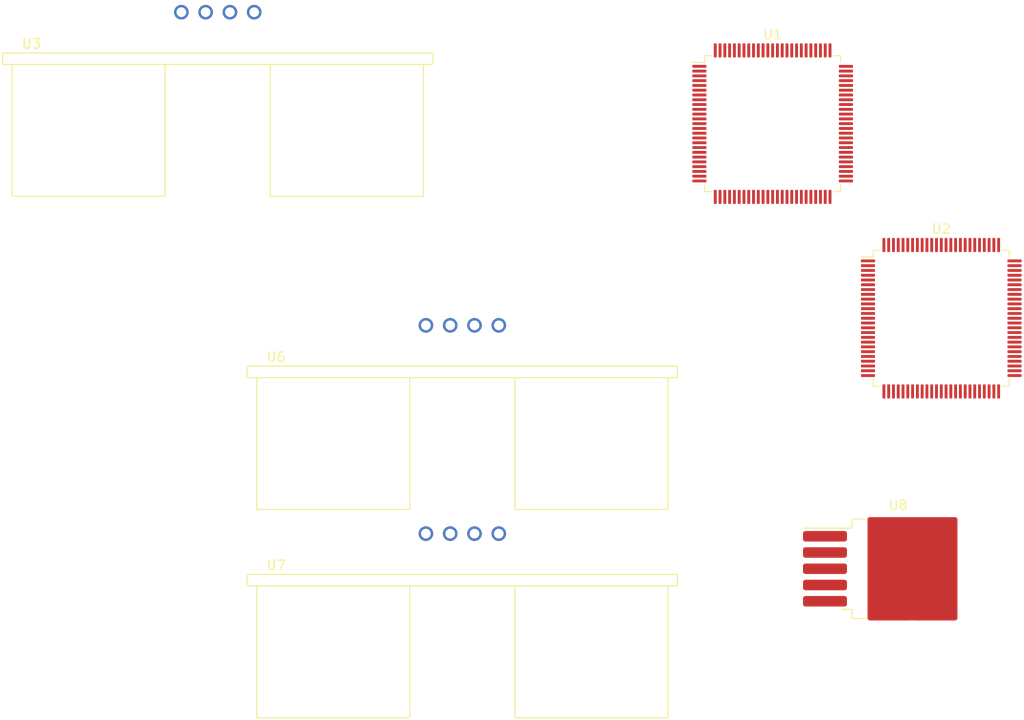
<source format=kicad_pcb>
(kicad_pcb (version 20221018) (generator pcbnew)
  (layers (0 "F.Cu" signal) (31 "B.Cu" signal) (34 "B.Paste" user) (35 "F.Paste" user) (36 "B.SilkS" user "B.Silkscreen") (37 "F.SilkS" user "F.Silkscreen") (38 "B.Mask" user) (39 "F.Mask" user) (44 "Edge.Cuts" user))
  (net 0 "")
  (net 1 "Net-(BT1-+)")
  (net 3 "Net-(BT1--)")
  (net 15 "Net-(U1-VCC-Pad10)")
  (net 16 "Net-(U1-GND-Pad11)")
  (net 108 "Net-(U2-VCC-Pad10)")
  (net 109 "Net-(U2-GND-Pad11)")
  (footprint "Package_QFP:TQFP-100_14x14mm_P0.5mm" (layer "F.Cu") (at 134.225 55.88)
    (fp_text reference "U1" (at 0 -9.35) (layer "F.SilkS"))
    (fp_text value "ATmega2560-16A")
    (fp_line (start -7.11 -7.11) (end -7.11 -6.41) (stroke (width 0.12)) (layer "F.SilkS"))
    (fp_line (start -7.11 -6.41) (end -8.4 -6.41) (stroke (width 0.12)) (layer "F.SilkS"))
    (fp_line (start -7.11 7.11) (end -7.11 6.41) (stroke (width 0.12)) (layer "F.SilkS"))
    (fp_line (start -6.41 -7.11) (end -7.11 -7.11) (stroke (width 0.12)) (layer "F.SilkS"))
    (fp_line (start -6.41 7.11) (end -7.11 7.11) (stroke (width 0.12)) (layer "F.SilkS"))
    (fp_line (start 6.41 -7.11) (end 7.11 -7.11) (stroke (width 0.12)) (layer "F.SilkS"))
    (fp_line (start 6.41 7.11) (end 7.11 7.11) (stroke (width 0.12)) (layer "F.SilkS"))
    (fp_line (start 7.11 -7.11) (end 7.11 -6.41) (stroke (width 0.12)) (layer "F.SilkS"))
    (fp_line (start 7.11 7.11) (end 7.11 6.41) (stroke (width 0.12)) (layer "F.SilkS"))
    (pad "1" smd roundrect (at -7.6625 -6) (size 1.475 0.3) (layers "F.Cu" "F.Paste" "F.Mask"))
    (pad "2" smd roundrect (at -7.6625 -5.5) (size 1.475 0.3) (layers "F.Cu" "F.Paste" "F.Mask"))
    (pad "3" smd roundrect (at -7.6625 -5) (size 1.475 0.3) (layers "F.Cu" "F.Paste" "F.Mask"))
    (pad "4" smd roundrect (at -7.6625 -4.5) (size 1.475 0.3) (layers "F.Cu" "F.Paste" "F.Mask"))
    (pad "5" smd roundrect (at -7.6625 -4) (size 1.475 0.3) (layers "F.Cu" "F.Paste" "F.Mask"))
    (pad "6" smd roundrect (at -7.6625 -3.5) (size 1.475 0.3) (layers "F.Cu" "F.Paste" "F.Mask"))
    (pad "7" smd roundrect (at -7.6625 -3) (size 1.475 0.3) (layers "F.Cu" "F.Paste" "F.Mask"))
    (pad "8" smd roundrect (at -7.6625 -2.5) (size 1.475 0.3) (layers "F.Cu" "F.Paste" "F.Mask"))
    (pad "9" smd roundrect (at -7.6625 -2) (size 1.475 0.3) (layers "F.Cu" "F.Paste" "F.Mask"))
    (pad "10" smd roundrect (at -7.6625 -1.5) (size 1.475 0.3) (layers "F.Cu" "F.Paste" "F.Mask") (net 15 "Net-(U1-VCC-Pad10)"))
    (pad "11" smd roundrect (at -7.6625 -1) (size 1.475 0.3) (layers "F.Cu" "F.Paste" "F.Mask") (net 16 "Net-(U1-GND-Pad11)"))
    (pad "12" smd roundrect (at -7.6625 -0.5) (size 1.475 0.3) (layers "F.Cu" "F.Paste" "F.Mask"))
    (pad "13" smd roundrect (at -7.6625 0) (size 1.475 0.3) (layers "F.Cu" "F.Paste" "F.Mask"))
    (pad "14" smd roundrect (at -7.6625 0.5) (size 1.475 0.3) (layers "F.Cu" "F.Paste" "F.Mask"))
    (pad "15" smd roundrect (at -7.6625 1) (size 1.475 0.3) (layers "F.Cu" "F.Paste" "F.Mask"))
    (pad "16" smd roundrect (at -7.6625 1.5) (size 1.475 0.3) (layers "F.Cu" "F.Paste" "F.Mask"))
    (pad "17" smd roundrect (at -7.6625 2) (size 1.475 0.3) (layers "F.Cu" "F.Paste" "F.Mask"))
    (pad "18" smd roundrect (at -7.6625 2.5) (size 1.475 0.3) (layers "F.Cu" "F.Paste" "F.Mask"))
    (pad "19" smd roundrect (at -7.6625 3) (size 1.475 0.3) (layers "F.Cu" "F.Paste" "F.Mask"))
    (pad "20" smd roundrect (at -7.6625 3.5) (size 1.475 0.3) (layers "F.Cu" "F.Paste" "F.Mask"))
    (pad "21" smd roundrect (at -7.6625 4) (size 1.475 0.3) (layers "F.Cu" "F.Paste" "F.Mask"))
    (pad "22" smd roundrect (at -7.6625 4.5) (size 1.475 0.3) (layers "F.Cu" "F.Paste" "F.Mask"))
    (pad "23" smd roundrect (at -7.6625 5) (size 1.475 0.3) (layers "F.Cu" "F.Paste" "F.Mask"))
    (pad "24" smd roundrect (at -7.6625 5.5) (size 1.475 0.3) (layers "F.Cu" "F.Paste" "F.Mask"))
    (pad "25" smd roundrect (at -7.6625 6) (size 1.475 0.3) (layers "F.Cu" "F.Paste" "F.Mask"))
    (pad "26" smd roundrect (at -6 7.6625) (size 0.3 1.475) (layers "F.Cu" "F.Paste" "F.Mask"))
    (pad "27" smd roundrect (at -5.5 7.6625) (size 0.3 1.475) (layers "F.Cu" "F.Paste" "F.Mask"))
    (pad "28" smd roundrect (at -5 7.6625) (size 0.3 1.475) (layers "F.Cu" "F.Paste" "F.Mask"))
    (pad "29" smd roundrect (at -4.5 7.6625) (size 0.3 1.475) (layers "F.Cu" "F.Paste" "F.Mask"))
    (pad "30" smd roundrect (at -4 7.6625) (size 0.3 1.475) (layers "F.Cu" "F.Paste" "F.Mask"))
    (pad "31" smd roundrect (at -3.5 7.6625) (size 0.3 1.475) (layers "F.Cu" "F.Paste" "F.Mask") (net 15 "Net-(U1-VCC-Pad10)"))
    (pad "32" smd roundrect (at -3 7.6625) (size 0.3 1.475) (layers "F.Cu" "F.Paste" "F.Mask") (net 16 "Net-(U1-GND-Pad11)"))
    (pad "33" smd roundrect (at -2.5 7.6625) (size 0.3 1.475) (layers "F.Cu" "F.Paste" "F.Mask"))
    (pad "34" smd roundrect (at -2 7.6625) (size 0.3 1.475) (layers "F.Cu" "F.Paste" "F.Mask"))
    (pad "35" smd roundrect (at -1.5 7.6625) (size 0.3 1.475) (layers "F.Cu" "F.Paste" "F.Mask"))
    (pad "36" smd roundrect (at -1 7.6625) (size 0.3 1.475) (layers "F.Cu" "F.Paste" "F.Mask"))
    (pad "37" smd roundrect (at -0.5 7.6625) (size 0.3 1.475) (layers "F.Cu" "F.Paste" "F.Mask"))
    (pad "38" smd roundrect (at 0 7.6625) (size 0.3 1.475) (layers "F.Cu" "F.Paste" "F.Mask"))
    (pad "39" smd roundrect (at 0.5 7.6625) (size 0.3 1.475) (layers "F.Cu" "F.Paste" "F.Mask"))
    (pad "40" smd roundrect (at 1 7.6625) (size 0.3 1.475) (layers "F.Cu" "F.Paste" "F.Mask"))
    (pad "41" smd roundrect (at 1.5 7.6625) (size 0.3 1.475) (layers "F.Cu" "F.Paste" "F.Mask"))
    (pad "42" smd roundrect (at 2 7.6625) (size 0.3 1.475) (layers "F.Cu" "F.Paste" "F.Mask"))
    (pad "43" smd roundrect (at 2.5 7.6625) (size 0.3 1.475) (layers "F.Cu" "F.Paste" "F.Mask"))
    (pad "44" smd roundrect (at 3 7.6625) (size 0.3 1.475) (layers "F.Cu" "F.Paste" "F.Mask"))
    (pad "45" smd roundrect (at 3.5 7.6625) (size 0.3 1.475) (layers "F.Cu" "F.Paste" "F.Mask"))
    (pad "46" smd roundrect (at 4 7.6625) (size 0.3 1.475) (layers "F.Cu" "F.Paste" "F.Mask"))
    (pad "47" smd roundrect (at 4.5 7.6625) (size 0.3 1.475) (layers "F.Cu" "F.Paste" "F.Mask"))
    (pad "48" smd roundrect (at 5 7.6625) (size 0.3 1.475) (layers "F.Cu" "F.Paste" "F.Mask"))
    (pad "49" smd roundrect (at 5.5 7.6625) (size 0.3 1.475) (layers "F.Cu" "F.Paste" "F.Mask"))
    (pad "50" smd roundrect (at 6 7.6625) (size 0.3 1.475) (layers "F.Cu" "F.Paste" "F.Mask"))
    (pad "51" smd roundrect (at 7.6625 6) (size 1.475 0.3) (layers "F.Cu" "F.Paste" "F.Mask"))
    (pad "52" smd roundrect (at 7.6625 5.5) (size 1.475 0.3) (layers "F.Cu" "F.Paste" "F.Mask"))
    (pad "53" smd roundrect (at 7.6625 5) (size 1.475 0.3) (layers "F.Cu" "F.Paste" "F.Mask"))
    (pad "54" smd roundrect (at 7.6625 4.5) (size 1.475 0.3) (layers "F.Cu" "F.Paste" "F.Mask"))
    (pad "55" smd roundrect (at 7.6625 4) (size 1.475 0.3) (layers "F.Cu" "F.Paste" "F.Mask"))
    (pad "56" smd roundrect (at 7.6625 3.5) (size 1.475 0.3) (layers "F.Cu" "F.Paste" "F.Mask"))
    (pad "57" smd roundrect (at 7.6625 3) (size 1.475 0.3) (layers "F.Cu" "F.Paste" "F.Mask"))
    (pad "58" smd roundrect (at 7.6625 2.5) (size 1.475 0.3) (layers "F.Cu" "F.Paste" "F.Mask"))
    (pad "59" smd roundrect (at 7.6625 2) (size 1.475 0.3) (layers "F.Cu" "F.Paste" "F.Mask"))
    (pad "60" smd roundrect (at 7.6625 1.5) (size 1.475 0.3) (layers "F.Cu" "F.Paste" "F.Mask"))
    (pad "61" smd roundrect (at 7.6625 1) (size 1.475 0.3) (layers "F.Cu" "F.Paste" "F.Mask") (net 15 "Net-(U1-VCC-Pad10)"))
    (pad "62" smd roundrect (at 7.6625 0.5) (size 1.475 0.3) (layers "F.Cu" "F.Paste" "F.Mask") (net 16 "Net-(U1-GND-Pad11)"))
    (pad "63" smd roundrect (at 7.6625 0) (size 1.475 0.3) (layers "F.Cu" "F.Paste" "F.Mask"))
    (pad "64" smd roundrect (at 7.6625 -0.5) (size 1.475 0.3) (layers "F.Cu" "F.Paste" "F.Mask"))
    (pad "65" smd roundrect (at 7.6625 -1) (size 1.475 0.3) (layers "F.Cu" "F.Paste" "F.Mask"))
    (pad "66" smd roundrect (at 7.6625 -1.5) (size 1.475 0.3) (layers "F.Cu" "F.Paste" "F.Mask"))
    (pad "67" smd roundrect (at 7.6625 -2) (size 1.475 0.3) (layers "F.Cu" "F.Paste" "F.Mask"))
    (pad "68" smd roundrect (at 7.6625 -2.5) (size 1.475 0.3) (layers "F.Cu" "F.Paste" "F.Mask"))
    (pad "69" smd roundrect (at 7.6625 -3) (size 1.475 0.3) (layers "F.Cu" "F.Paste" "F.Mask"))
    (pad "70" smd roundrect (at 7.6625 -3.5) (size 1.475 0.3) (layers "F.Cu" "F.Paste" "F.Mask"))
    (pad "71" smd roundrect (at 7.6625 -4) (size 1.475 0.3) (layers "F.Cu" "F.Paste" "F.Mask"))
    (pad "72" smd roundrect (at 7.6625 -4.5) (size 1.475 0.3) (layers "F.Cu" "F.Paste" "F.Mask"))
    (pad "73" smd roundrect (at 7.6625 -5) (size 1.475 0.3) (layers "F.Cu" "F.Paste" "F.Mask"))
    (pad "74" smd roundrect (at 7.6625 -5.5) (size 1.475 0.3) (layers "F.Cu" "F.Paste" "F.Mask"))
    (pad "75" smd roundrect (at 7.6625 -6) (size 1.475 0.3) (layers "F.Cu" "F.Paste" "F.Mask"))
    (pad "76" smd roundrect (at 6 -7.6625) (size 0.3 1.475) (layers "F.Cu" "F.Paste" "F.Mask"))
    (pad "77" smd roundrect (at 5.5 -7.6625) (size 0.3 1.475) (layers "F.Cu" "F.Paste" "F.Mask"))
    (pad "78" smd roundrect (at 5 -7.6625) (size 0.3 1.475) (layers "F.Cu" "F.Paste" "F.Mask"))
    (pad "79" smd roundrect (at 4.5 -7.6625) (size 0.3 1.475) (layers "F.Cu" "F.Paste" "F.Mask"))
    (pad "80" smd roundrect (at 4 -7.6625) (size 0.3 1.475) (layers "F.Cu" "F.Paste" "F.Mask") (net 15 "Net-(U1-VCC-Pad10)"))
    (pad "81" smd roundrect (at 3.5 -7.6625) (size 0.3 1.475) (layers "F.Cu" "F.Paste" "F.Mask") (net 16 "Net-(U1-GND-Pad11)"))
    (pad "82" smd roundrect (at 3 -7.6625) (size 0.3 1.475) (layers "F.Cu" "F.Paste" "F.Mask"))
    (pad "83" smd roundrect (at 2.5 -7.6625) (size 0.3 1.475) (layers "F.Cu" "F.Paste" "F.Mask"))
    (pad "84" smd roundrect (at 2 -7.6625) (size 0.3 1.475) (layers "F.Cu" "F.Paste" "F.Mask"))
    (pad "85" smd roundrect (at 1.5 -7.6625) (size 0.3 1.475) (layers "F.Cu" "F.Paste" "F.Mask"))
    (pad "86" smd roundrect (at 1 -7.6625) (size 0.3 1.475) (layers "F.Cu" "F.Paste" "F.Mask"))
    (pad "87" smd roundrect (at 0.5 -7.6625) (size 0.3 1.475) (layers "F.Cu" "F.Paste" "F.Mask"))
    (pad "88" smd roundrect (at 0 -7.6625) (size 0.3 1.475) (layers "F.Cu" "F.Paste" "F.Mask"))
    (pad "89" smd roundrect (at -0.5 -7.6625) (size 0.3 1.475) (layers "F.Cu" "F.Paste" "F.Mask"))
    (pad "90" smd roundrect (at -1 -7.6625) (size 0.3 1.475) (layers "F.Cu" "F.Paste" "F.Mask"))
    (pad "91" smd roundrect (at -1.5 -7.6625) (size 0.3 1.475) (layers "F.Cu" "F.Paste" "F.Mask"))
    (pad "92" smd roundrect (at -2 -7.6625) (size 0.3 1.475) (layers "F.Cu" "F.Paste" "F.Mask"))
    (pad "93" smd roundrect (at -2.5 -7.6625) (size 0.3 1.475) (layers "F.Cu" "F.Paste" "F.Mask"))
    (pad "94" smd roundrect (at -3 -7.6625) (size 0.3 1.475) (layers "F.Cu" "F.Paste" "F.Mask"))
    (pad "95" smd roundrect (at -3.5 -7.6625) (size 0.3 1.475) (layers "F.Cu" "F.Paste" "F.Mask"))
    (pad "96" smd roundrect (at -4 -7.6625) (size 0.3 1.475) (layers "F.Cu" "F.Paste" "F.Mask"))
    (pad "97" smd roundrect (at -4.5 -7.6625) (size 0.3 1.475) (layers "F.Cu" "F.Paste" "F.Mask"))
    (pad "98" smd roundrect (at -5 -7.6625) (size 0.3 1.475) (layers "F.Cu" "F.Paste" "F.Mask"))
    (pad "99" smd roundrect (at -5.5 -7.6625) (size 0.3 1.475) (layers "F.Cu" "F.Paste" "F.Mask") (net 16 "Net-(U1-GND-Pad11)"))
    (pad "100" smd roundrect (at -6 -7.6625) (size 0.3 1.475) (layers "F.Cu" "F.Paste" "F.Mask"))
  )
  (footprint "Package_TO_SOT_SMD:TO-263-5_TabPin3" (layer "F.Cu") (at 147.35 102.46)
    (fp_text reference "U8" (at 0 -6.65) (layer "F.SilkS"))
    (fp_text value "LM2596S-ADJ")
    (fp_line (start -4.825 -5.2) (end -4.825 -4.25) (stroke (width 0.12)) (layer "F.SilkS"))
    (fp_line (start -4.825 -4.25) (end -9.95 -4.25) (stroke (width 0.12)) (layer "F.SilkS"))
    (fp_line (start -4.825 4.25) (end -5.925 4.25) (stroke (width 0.12)) (layer "F.SilkS"))
    (fp_line (start -4.825 5.2) (end -4.825 4.25) (stroke (width 0.12)) (layer "F.SilkS"))
    (fp_line (start -3.325 -5.2) (end -4.825 -5.2) (stroke (width 0.12)) (layer "F.SilkS"))
    (fp_line (start -3.325 5.2) (end -4.825 5.2) (stroke (width 0.12)) (layer "F.SilkS"))
    (pad "1" smd roundrect (at -7.65 -3.4) (size 4.6 1.1) (layers "F.Cu" "F.Paste" "F.Mask") (roundrect_rratio 0.227273) (net 1 "Net-(BT1-+)"))
    (pad "2" smd roundrect (at -7.65 -1.7) (size 4.6 1.1) (layers "F.Cu" "F.Paste" "F.Mask") (roundrect_rratio 0.227273))
    (pad "3" smd roundrect (at -7.65 0) (size 4.6 1.1) (layers "F.Cu" "F.Paste" "F.Mask") (roundrect_rratio 0.227273) (net 3 "Net-(BT1--)"))
    (pad "3" smd roundrect (at -0.925 -2.775) (size 4.55 5.25) (layers "F.Cu" "F.Paste") (roundrect_rratio 0.054945) (net 3 "Net-(BT1--)"))
    (pad "3" smd roundrect (at -0.925 2.775) (size 4.55 5.25) (layers "F.Cu" "F.Paste") (roundrect_rratio 0.054945) (net 3 "Net-(BT1--)"))
    (pad "3" smd roundrect (at 1.5 0) (size 9.4 10.8) (layers "F.Cu" "F.Mask") (roundrect_rratio 0.026596) (net 3 "Net-(BT1--)"))
    (pad "3" smd roundrect (at 3.925 -2.775) (size 4.55 5.25) (layers "F.Cu" "F.Paste") (roundrect_rratio 0.054945) (net 3 "Net-(BT1--)"))
    (pad "3" smd roundrect (at 3.925 2.775) (size 4.55 5.25) (layers "F.Cu" "F.Paste") (roundrect_rratio 0.054945) (net 3 "Net-(BT1--)"))
    (pad "4" smd roundrect (at -7.65 1.7) (size 4.6 1.1) (layers "F.Cu" "F.Paste" "F.Mask") (roundrect_rratio 0.227273))
    (pad "5" smd roundrect (at -7.65 3.4) (size 4.6 1.1) (layers "F.Cu" "F.Paste" "F.Mask") (roundrect_rratio 0.227273))
  )
  (footprint "HC-SR04:XCVR_HC-SR04" (layer "F.Cu") (at 101.775 76.985)
    (fp_text reference "U6" (at -19.48505 3.31671) (layer "F.SilkS") (effects (font (size 1.00052 1.00052))))
    (fp_text value "HC-SR04")
    (fp_line (start -22.5 4.27) (end 22.5 4.27) (stroke (width 0.127)) (layer "F.SilkS"))
    (fp_line (start -22.5 5.47) (end -22.5 4.27) (stroke (width 0.127)) (layer "F.SilkS"))
    (fp_line (start -21.5 5.47) (end -22.5 5.47) (stroke (width 0.127)) (layer "F.SilkS"))
    (fp_line (start -21.5 5.47) (end -21.5 19.27) (stroke (width 0.127)) (layer "F.SilkS"))
    (fp_line (start -21.5 19.27) (end -5.5 19.27) (stroke (width 0.127)) (layer "F.SilkS"))
    (fp_line (start -5.5 5.47) (end -21.5 5.47) (stroke (width 0.127)) (layer "F.SilkS"))
    (fp_line (start -5.5 5.47) (end -5.5 19.27) (stroke (width 0.127)) (layer "F.SilkS"))
    (fp_line (start 5.5 5.47) (end -5.5 5.47) (stroke (width 0.127)) (layer "F.SilkS"))
    (fp_line (start 5.5 5.47) (end 5.5 19.27) (stroke (width 0.127)) (layer "F.SilkS"))
    (fp_line (start 5.5 19.27) (end 21.5 19.27) (stroke (width 0.127)) (layer "F.SilkS"))
    (fp_line (start 21.5 5.47) (end 5.5 5.47) (stroke (width 0.127)) (layer "F.SilkS"))
    (fp_line (start 21.5 5.47) (end 21.5 19.27) (stroke (width 0.127)) (layer "F.SilkS"))
    (fp_line (start 22.5 4.27) (end 22.5 5.47) (stroke (width 0.127)) (layer "F.SilkS"))
    (fp_line (start 22.5 5.47) (end 21.5 5.47) (stroke (width 0.127)) (layer "F.SilkS"))
    (pad "1" thru_hole circle (at -3.81 0) (size 1.53 1.53) (drill 1.02) (layers "*.Cu" "*.Mask"))
    (pad "2" thru_hole circle (at -1.27 0) (size 1.53 1.53) (drill 1.02) (layers "*.Cu" "*.Mask"))
    (pad "3" thru_hole circle (at 1.27 0) (size 1.53 1.53) (drill 1.02) (layers "*.Cu" "*.Mask"))
    (pad "4" thru_hole circle (at 3.81 0) (size 1.53 1.53) (drill 1.02) (layers "*.Cu" "*.Mask"))
  )
  (footprint "Package_QFP:TQFP-100_14x14mm_P0.5mm" (layer "F.Cu") (at 151.86 76.2425)
    (fp_text reference "U2" (at 0 -9.35) (layer "F.SilkS"))
    (fp_text value "ATmega2560-16A")
    (fp_line (start -7.11 -7.11) (end -7.11 -6.41) (stroke (width 0.12)) (layer "F.SilkS"))
    (fp_line (start -7.11 -6.41) (end -8.4 -6.41) (stroke (width 0.12)) (layer "F.SilkS"))
    (fp_line (start -7.11 7.11) (end -7.11 6.41) (stroke (width 0.12)) (layer "F.SilkS"))
    (fp_line (start -6.41 -7.11) (end -7.11 -7.11) (stroke (width 0.12)) (layer "F.SilkS"))
    (fp_line (start -6.41 7.11) (end -7.11 7.11) (stroke (width 0.12)) (layer "F.SilkS"))
    (fp_line (start 6.41 -7.11) (end 7.11 -7.11) (stroke (width 0.12)) (layer "F.SilkS"))
    (fp_line (start 6.41 7.11) (end 7.11 7.11) (stroke (width 0.12)) (layer "F.SilkS"))
    (fp_line (start 7.11 -7.11) (end 7.11 -6.41) (stroke (width 0.12)) (layer "F.SilkS"))
    (fp_line (start 7.11 7.11) (end 7.11 6.41) (stroke (width 0.12)) (layer "F.SilkS"))
    (pad "1" smd roundrect (at -7.6625 -6) (size 1.475 0.3) (layers "F.Cu" "F.Paste" "F.Mask"))
    (pad "2" smd roundrect (at -7.6625 -5.5) (size 1.475 0.3) (layers "F.Cu" "F.Paste" "F.Mask"))
    (pad "3" smd roundrect (at -7.6625 -5) (size 1.475 0.3) (layers "F.Cu" "F.Paste" "F.Mask"))
    (pad "4" smd roundrect (at -7.6625 -4.5) (size 1.475 0.3) (layers "F.Cu" "F.Paste" "F.Mask"))
    (pad "5" smd roundrect (at -7.6625 -4) (size 1.475 0.3) (layers "F.Cu" "F.Paste" "F.Mask"))
    (pad "6" smd roundrect (at -7.6625 -3.5) (size 1.475 0.3) (layers "F.Cu" "F.Paste" "F.Mask"))
    (pad "7" smd roundrect (at -7.6625 -3) (size 1.475 0.3) (layers "F.Cu" "F.Paste" "F.Mask"))
    (pad "8" smd roundrect (at -7.6625 -2.5) (size 1.475 0.3) (layers "F.Cu" "F.Paste" "F.Mask"))
    (pad "9" smd roundrect (at -7.6625 -2) (size 1.475 0.3) (layers "F.Cu" "F.Paste" "F.Mask"))
    (pad "10" smd roundrect (at -7.6625 -1.5) (size 1.475 0.3) (layers "F.Cu" "F.Paste" "F.Mask") (net 108 "Net-(U2-VCC-Pad10)"))
    (pad "11" smd roundrect (at -7.6625 -1) (size 1.475 0.3) (layers "F.Cu" "F.Paste" "F.Mask") (net 109 "Net-(U2-GND-Pad11)"))
    (pad "12" smd roundrect (at -7.6625 -0.5) (size 1.475 0.3) (layers "F.Cu" "F.Paste" "F.Mask"))
    (pad "13" smd roundrect (at -7.6625 0) (size 1.475 0.3) (layers "F.Cu" "F.Paste" "F.Mask"))
    (pad "14" smd roundrect (at -7.6625 0.5) (size 1.475 0.3) (layers "F.Cu" "F.Paste" "F.Mask"))
    (pad "15" smd roundrect (at -7.6625 1) (size 1.475 0.3) (layers "F.Cu" "F.Paste" "F.Mask"))
    (pad "16" smd roundrect (at -7.6625 1.5) (size 1.475 0.3) (layers "F.Cu" "F.Paste" "F.Mask"))
    (pad "17" smd roundrect (at -7.6625 2) (size 1.475 0.3) (layers "F.Cu" "F.Paste" "F.Mask"))
    (pad "18" smd roundrect (at -7.6625 2.5) (size 1.475 0.3) (layers "F.Cu" "F.Paste" "F.Mask"))
    (pad "19" smd roundrect (at -7.6625 3) (size 1.475 0.3) (layers "F.Cu" "F.Paste" "F.Mask"))
    (pad "20" smd roundrect (at -7.6625 3.5) (size 1.475 0.3) (layers "F.Cu" "F.Paste" "F.Mask"))
    (pad "21" smd roundrect (at -7.6625 4) (size 1.475 0.3) (layers "F.Cu" "F.Paste" "F.Mask"))
    (pad "22" smd roundrect (at -7.6625 4.5) (size 1.475 0.3) (layers "F.Cu" "F.Paste" "F.Mask"))
    (pad "23" smd roundrect (at -7.6625 5) (size 1.475 0.3) (layers "F.Cu" "F.Paste" "F.Mask"))
    (pad "24" smd roundrect (at -7.6625 5.5) (size 1.475 0.3) (layers "F.Cu" "F.Paste" "F.Mask"))
    (pad "25" smd roundrect (at -7.6625 6) (size 1.475 0.3) (layers "F.Cu" "F.Paste" "F.Mask"))
    (pad "26" smd roundrect (at -6 7.6625) (size 0.3 1.475) (layers "F.Cu" "F.Paste" "F.Mask"))
    (pad "27" smd roundrect (at -5.5 7.6625) (size 0.3 1.475) (layers "F.Cu" "F.Paste" "F.Mask"))
    (pad "28" smd roundrect (at -5 7.6625) (size 0.3 1.475) (layers "F.Cu" "F.Paste" "F.Mask"))
    (pad "29" smd roundrect (at -4.5 7.6625) (size 0.3 1.475) (layers "F.Cu" "F.Paste" "F.Mask"))
    (pad "30" smd roundrect (at -4 7.6625) (size 0.3 1.475) (layers "F.Cu" "F.Paste" "F.Mask"))
    (pad "31" smd roundrect (at -3.5 7.6625) (size 0.3 1.475) (layers "F.Cu" "F.Paste" "F.Mask") (net 108 "Net-(U2-VCC-Pad10)"))
    (pad "32" smd roundrect (at -3 7.6625) (size 0.3 1.475) (layers "F.Cu" "F.Paste" "F.Mask") (net 109 "Net-(U2-GND-Pad11)"))
    (pad "33" smd roundrect (at -2.5 7.6625) (size 0.3 1.475) (layers "F.Cu" "F.Paste" "F.Mask"))
    (pad "34" smd roundrect (at -2 7.6625) (size 0.3 1.475) (layers "F.Cu" "F.Paste" "F.Mask"))
    (pad "35" smd roundrect (at -1.5 7.6625) (size 0.3 1.475) (layers "F.Cu" "F.Paste" "F.Mask"))
    (pad "36" smd roundrect (at -1 7.6625) (size 0.3 1.475) (layers "F.Cu" "F.Paste" "F.Mask"))
    (pad "37" smd roundrect (at -0.5 7.6625) (size 0.3 1.475) (layers "F.Cu" "F.Paste" "F.Mask"))
    (pad "38" smd roundrect (at 0 7.6625) (size 0.3 1.475) (layers "F.Cu" "F.Paste" "F.Mask"))
    (pad "39" smd roundrect (at 0.5 7.6625) (size 0.3 1.475) (layers "F.Cu" "F.Paste" "F.Mask"))
    (pad "40" smd roundrect (at 1 7.6625) (size 0.3 1.475) (layers "F.Cu" "F.Paste" "F.Mask"))
    (pad "41" smd roundrect (at 1.5 7.6625) (size 0.3 1.475) (layers "F.Cu" "F.Paste" "F.Mask"))
    (pad "42" smd roundrect (at 2 7.6625) (size 0.3 1.475) (layers "F.Cu" "F.Paste" "F.Mask"))
    (pad "43" smd roundrect (at 2.5 7.6625) (size 0.3 1.475) (layers "F.Cu" "F.Paste" "F.Mask"))
    (pad "44" smd roundrect (at 3 7.6625) (size 0.3 1.475) (layers "F.Cu" "F.Paste" "F.Mask"))
    (pad "45" smd roundrect (at 3.5 7.6625) (size 0.3 1.475) (layers "F.Cu" "F.Paste" "F.Mask"))
    (pad "46" smd roundrect (at 4 7.6625) (size 0.3 1.475) (layers "F.Cu" "F.Paste" "F.Mask"))
    (pad "47" smd roundrect (at 4.5 7.6625) (size 0.3 1.475) (layers "F.Cu" "F.Paste" "F.Mask"))
    (pad "48" smd roundrect (at 5 7.6625) (size 0.3 1.475) (layers "F.Cu" "F.Paste" "F.Mask"))
    (pad "49" smd roundrect (at 5.5 7.6625) (size 0.3 1.475) (layers "F.Cu" "F.Paste" "F.Mask"))
    (pad "50" smd roundrect (at 6 7.6625) (size 0.3 1.475) (layers "F.Cu" "F.Paste" "F.Mask"))
    (pad "51" smd roundrect (at 7.6625 6) (size 1.475 0.3) (layers "F.Cu" "F.Paste" "F.Mask"))
    (pad "52" smd roundrect (at 7.6625 5.5) (size 1.475 0.3) (layers "F.Cu" "F.Paste" "F.Mask"))
    (pad "53" smd roundrect (at 7.6625 5) (size 1.475 0.3) (layers "F.Cu" "F.Paste" "F.Mask"))
    (pad "54" smd roundrect (at 7.6625 4.5) (size 1.475 0.3) (layers "F.Cu" "F.Paste" "F.Mask"))
    (pad "55" smd roundrect (at 7.6625 4) (size 1.475 0.3) (layers "F.Cu" "F.Paste" "F.Mask"))
    (pad "56" smd roundrect (at 7.6625 3.5) (size 1.475 0.3) (layers "F.Cu" "F.Paste" "F.Mask"))
    (pad "57" smd roundrect (at 7.6625 3) (size 1.475 0.3) (layers "F.Cu" "F.Paste" "F.Mask"))
    (pad "58" smd roundrect (at 7.6625 2.5) (size 1.475 0.3) (layers "F.Cu" "F.Paste" "F.Mask"))
    (pad "59" smd roundrect (at 7.6625 2) (size 1.475 0.3) (layers "F.Cu" "F.Paste" "F.Mask"))
    (pad "60" smd roundrect (at 7.6625 1.5) (size 1.475 0.3) (layers "F.Cu" "F.Paste" "F.Mask"))
    (pad "61" smd roundrect (at 7.6625 1) (size 1.475 0.3) (layers "F.Cu" "F.Paste" "F.Mask") (net 108 "Net-(U2-VCC-Pad10)"))
    (pad "62" smd roundrect (at 7.6625 0.5) (size 1.475 0.3) (layers "F.Cu" "F.Paste" "F.Mask") (net 109 "Net-(U2-GND-Pad11)"))
    (pad "63" smd roundrect (at 7.6625 0) (size 1.475 0.3) (layers "F.Cu" "F.Paste" "F.Mask"))
    (pad "64" smd roundrect (at 7.6625 -0.5) (size 1.475 0.3) (layers "F.Cu" "F.Paste" "F.Mask"))
    (pad "65" smd roundrect (at 7.6625 -1) (size 1.475 0.3) (layers "F.Cu" "F.Paste" "F.Mask"))
    (pad "66" smd roundrect (at 7.6625 -1.5) (size 1.475 0.3) (layers "F.Cu" "F.Paste" "F.Mask"))
    (pad "67" smd roundrect (at 7.6625 -2) (size 1.475 0.3) (layers "F.Cu" "F.Paste" "F.Mask"))
    (pad "68" smd roundrect (at 7.6625 -2.5) (size 1.475 0.3) (layers "F.Cu" "F.Paste" "F.Mask"))
    (pad "69" smd roundrect (at 7.6625 -3) (size 1.475 0.3) (layers "F.Cu" "F.Paste" "F.Mask"))
    (pad "70" smd roundrect (at 7.6625 -3.5) (size 1.475 0.3) (layers "F.Cu" "F.Paste" "F.Mask"))
    (pad "71" smd roundrect (at 7.6625 -4) (size 1.475 0.3) (layers "F.Cu" "F.Paste" "F.Mask"))
    (pad "72" smd roundrect (at 7.6625 -4.5) (size 1.475 0.3) (layers "F.Cu" "F.Paste" "F.Mask"))
    (pad "73" smd roundrect (at 7.6625 -5) (size 1.475 0.3) (layers "F.Cu" "F.Paste" "F.Mask"))
    (pad "74" smd roundrect (at 7.6625 -5.5) (size 1.475 0.3) (layers "F.Cu" "F.Paste" "F.Mask"))
    (pad "75" smd roundrect (at 7.6625 -6) (size 1.475 0.3) (layers "F.Cu" "F.Paste" "F.Mask"))
    (pad "76" smd roundrect (at 6 -7.6625) (size 0.3 1.475) (layers "F.Cu" "F.Paste" "F.Mask"))
    (pad "77" smd roundrect (at 5.5 -7.6625) (size 0.3 1.475) (layers "F.Cu" "F.Paste" "F.Mask"))
    (pad "78" smd roundrect (at 5 -7.6625) (size 0.3 1.475) (layers "F.Cu" "F.Paste" "F.Mask"))
    (pad "79" smd roundrect (at 4.5 -7.6625) (size 0.3 1.475) (layers "F.Cu" "F.Paste" "F.Mask"))
    (pad "80" smd roundrect (at 4 -7.6625) (size 0.3 1.475) (layers "F.Cu" "F.Paste" "F.Mask") (net 108 "Net-(U2-VCC-Pad10)"))
    (pad "81" smd roundrect (at 3.5 -7.6625) (size 0.3 1.475) (layers "F.Cu" "F.Paste" "F.Mask") (net 109 "Net-(U2-GND-Pad11)"))
    (pad "82" smd roundrect (at 3 -7.6625) (size 0.3 1.475) (layers "F.Cu" "F.Paste" "F.Mask"))
    (pad "83" smd roundrect (at 2.5 -7.6625) (size 0.3 1.475) (layers "F.Cu" "F.Paste" "F.Mask"))
    (pad "84" smd roundrect (at 2 -7.6625) (size 0.3 1.475) (layers "F.Cu" "F.Paste" "F.Mask"))
    (pad "85" smd roundrect (at 1.5 -7.6625) (size 0.3 1.475) (layers "F.Cu" "F.Paste" "F.Mask"))
    (pad "86" smd roundrect (at 1 -7.6625) (size 0.3 1.475) (layers "F.Cu" "F.Paste" "F.Mask"))
    (pad "87" smd roundrect (at 0.5 -7.6625) (size 0.3 1.475) (layers "F.Cu" "F.Paste" "F.Mask"))
    (pad "88" smd roundrect (at 0 -7.6625) (size 0.3 1.475) (layers "F.Cu" "F.Paste" "F.Mask"))
    (pad "89" smd roundrect (at -0.5 -7.6625) (size 0.3 1.475) (layers "F.Cu" "F.Paste" "F.Mask"))
    (pad "90" smd roundrect (at -1 -7.6625) (size 0.3 1.475) (layers "F.Cu" "F.Paste" "F.Mask"))
    (pad "91" smd roundrect (at -1.5 -7.6625) (size 0.3 1.475) (layers "F.Cu" "F.Paste" "F.Mask"))
    (pad "92" smd roundrect (at -2 -7.6625) (size 0.3 1.475) (layers "F.Cu" "F.Paste" "F.Mask"))
    (pad "93" smd roundrect (at -2.5 -7.6625) (size 0.3 1.475) (layers "F.Cu" "F.Paste" "F.Mask"))
    (pad "94" smd roundrect (at -3 -7.6625) (size 0.3 1.475) (layers "F.Cu" "F.Paste" "F.Mask"))
    (pad "95" smd roundrect (at -3.5 -7.6625) (size 0.3 1.475) (layers "F.Cu" "F.Paste" "F.Mask"))
    (pad "96" smd roundrect (at -4 -7.6625) (size 0.3 1.475) (layers "F.Cu" "F.Paste" "F.Mask"))
    (pad "97" smd roundrect (at -4.5 -7.6625) (size 0.3 1.475) (layers "F.Cu" "F.Paste" "F.Mask"))
    (pad "98" smd roundrect (at -5 -7.6625) (size 0.3 1.475) (layers "F.Cu" "F.Paste" "F.Mask"))
    (pad "99" smd roundrect (at -5.5 -7.6625) (size 0.3 1.475) (layers "F.Cu" "F.Paste" "F.Mask") (net 109 "Net-(U2-GND-Pad11)"))
    (pad "100" smd roundrect (at -6 -7.6625) (size 0.3 1.475) (layers "F.Cu" "F.Paste" "F.Mask"))
  )
  (footprint "HC-SR04:XCVR_HC-SR04" (layer "F.Cu") (at 101.775 98.785)
    (fp_text reference "U7" (at -19.48505 3.31671) (layer "F.SilkS") (effects (font (size 1.00052 1.00052))))
    (fp_text value "HC-SR04")
    (fp_line (start -22.5 4.27) (end 22.5 4.27) (stroke (width 0.127)) (layer "F.SilkS"))
    (fp_line (start -22.5 5.47) (end -22.5 4.27) (stroke (width 0.127)) (layer "F.SilkS"))
    (fp_line (start -21.5 5.47) (end -22.5 5.47) (stroke (width 0.127)) (layer "F.SilkS"))
    (fp_line (start -21.5 5.47) (end -21.5 19.27) (stroke (width 0.127)) (layer "F.SilkS"))
    (fp_line (start -21.5 19.27) (end -5.5 19.27) (stroke (width 0.127)) (layer "F.SilkS"))
    (fp_line (start -5.5 5.47) (end -21.5 5.47) (stroke (width 0.127)) (layer "F.SilkS"))
    (fp_line (start -5.5 5.47) (end -5.5 19.27) (stroke (width 0.127)) (layer "F.SilkS"))
    (fp_line (start 5.5 5.47) (end -5.5 5.47) (stroke (width 0.127)) (layer "F.SilkS"))
    (fp_line (start 5.5 5.47) (end 5.5 19.27) (stroke (width 0.127)) (layer "F.SilkS"))
    (fp_line (start 5.5 19.27) (end 21.5 19.27) (stroke (width 0.127)) (layer "F.SilkS"))
    (fp_line (start 21.5 5.47) (end 5.5 5.47) (stroke (width 0.127)) (layer "F.SilkS"))
    (fp_line (start 21.5 5.47) (end 21.5 19.27) (stroke (width 0.127)) (layer "F.SilkS"))
    (fp_line (start 22.5 4.27) (end 22.5 5.47) (stroke (width 0.127)) (layer "F.SilkS"))
    (fp_line (start 22.5 5.47) (end 21.5 5.47) (stroke (width 0.127)) (layer "F.SilkS"))
    (pad "1" thru_hole circle (at -3.81 0) (size 1.53 1.53) (drill 1.02) (layers "*.Cu" "*.Mask"))
    (pad "2" thru_hole circle (at -1.27 0) (size 1.53 1.53) (drill 1.02) (layers "*.Cu" "*.Mask"))
    (pad "3" thru_hole circle (at 1.27 0) (size 1.53 1.53) (drill 1.02) (layers "*.Cu" "*.Mask"))
    (pad "4" thru_hole circle (at 3.81 0) (size 1.53 1.53) (drill 1.02) (layers "*.Cu" "*.Mask"))
  )
  (footprint "HC-SR04:XCVR_HC-SR04" (layer "F.Cu") (at 76.2 44.215)
    (fp_text reference "U3" (at -19.48505 3.31671) (layer "F.SilkS") (effects (font (size 1.00052 1.00052))))
    (fp_text value "HC-SR04")
    (fp_line (start -22.5 4.27) (end 22.5 4.27) (stroke (width 0.127)) (layer "F.SilkS"))
    (fp_line (start -22.5 5.47) (end -22.5 4.27) (stroke (width 0.127)) (layer "F.SilkS"))
    (fp_line (start -21.5 5.47) (end -22.5 5.47) (stroke (width 0.127)) (layer "F.SilkS"))
    (fp_line (start -21.5 5.47) (end -21.5 19.27) (stroke (width 0.127)) (layer "F.SilkS"))
    (fp_line (start -21.5 19.27) (end -5.5 19.27) (stroke (width 0.127)) (layer "F.SilkS"))
    (fp_line (start -5.5 5.47) (end -21.5 5.47) (stroke (width 0.127)) (layer "F.SilkS"))
    (fp_line (start -5.5 5.47) (end -5.5 19.27) (stroke (width 0.127)) (layer "F.SilkS"))
    (fp_line (start 5.5 5.47) (end -5.5 5.47) (stroke (width 0.127)) (layer "F.SilkS"))
    (fp_line (start 5.5 5.47) (end 5.5 19.27) (stroke (width 0.127)) (layer "F.SilkS"))
    (fp_line (start 5.5 19.27) (end 21.5 19.27) (stroke (width 0.127)) (layer "F.SilkS"))
    (fp_line (start 21.5 5.47) (end 5.5 5.47) (stroke (width 0.127)) (layer "F.SilkS"))
    (fp_line (start 21.5 5.47) (end 21.5 19.27) (stroke (width 0.127)) (layer "F.SilkS"))
    (fp_line (start 22.5 4.27) (end 22.5 5.47) (stroke (width 0.127)) (layer "F.SilkS"))
    (fp_line (start 22.5 5.47) (end 21.5 5.47) (stroke (width 0.127)) (layer "F.SilkS"))
    (pad "1" thru_hole circle (at -3.81 0) (size 1.53 1.53) (drill 1.02) (layers "*.Cu" "*.Mask"))
    (pad "2" thru_hole circle (at -1.27 0) (size 1.53 1.53) (drill 1.02) (layers "*.Cu" "*.Mask"))
    (pad "3" thru_hole circle (at 1.27 0) (size 1.53 1.53) (drill 1.02) (layers "*.Cu" "*.Mask"))
    (pad "4" thru_hole circle (at 3.81 0) (size 1.53 1.53) (drill 1.02) (layers "*.Cu" "*.Mask"))
  )
)
</source>
